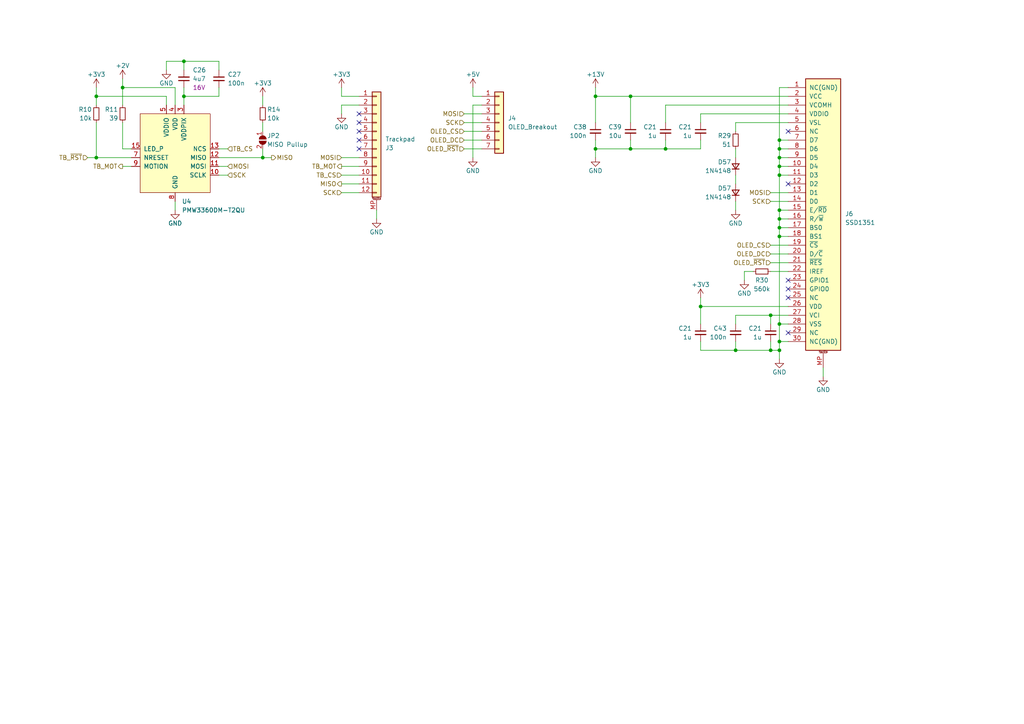
<source format=kicad_sch>
(kicad_sch (version 20230121) (generator eeschema)
  (paper "A4")
  (title_block (title "Honeydew unified split ergonomic keyboard") (date "2023-07-18") (rev "V3.0") (company "Created by Ariamelon (https://github.com/Ariamelon/Honeydew/)") (comment 1 "All capacitors 50V unless otherwise specified.") (comment 2 "Licensed under CC BY 4.0."))
  (lib_symbols
    (symbol "+3V3_1" (power) (pin_names (offset 0))
      (property "Value" "+3V3_1" (at 0 3.556 0))
      (symbol "+3V3_1_0_1"
        (polyline (pts (xy -0.762 1.27) (xy 0 2.54)))
        (polyline (pts (xy 0 0) (xy 0 2.54)))
        (polyline (pts (xy 0 2.54) (xy 0.762 1.27)))
      )
      (symbol "+3V3_1_1_1"
        (pin power_in line (at 0 0 90) (length 0) hide (name "+3V3") (number "1"))
      )
    )
    (symbol "Connector_Generic:Conn_01x07" (pin_names (offset 1.016) hide)
      (property "Reference" "J" (at 0 10.16 0))
      (property "Value" "Conn_01x07" (at 0 -10.16 0))
      (symbol "Conn_01x07_1_1"
        (rectangle (start -1.27 -7.493) (end 0 -7.747) (stroke (width 0.1524)))
        (rectangle (start -1.27 -4.953) (end 0 -5.207) (stroke (width 0.1524)))
        (rectangle (start -1.27 -2.413) (end 0 -2.667) (stroke (width 0.1524)))
        (rectangle (start -1.27 0.127) (end 0 -0.127) (stroke (width 0.1524)))
        (rectangle (start -1.27 2.667) (end 0 2.413) (stroke (width 0.1524)))
        (rectangle (start -1.27 5.207) (end 0 4.953) (stroke (width 0.1524)))
        (rectangle (start -1.27 7.747) (end 0 7.493) (stroke (width 0.1524)))
        (rectangle (start -1.27 8.89) (end 1.27 -8.89) (stroke (width 0.254)) (fill (type background)))
        (pin passive line (at -5.08 7.62 0) (length 3.81) (name "Pin_1") (number "1"))
        (pin passive line (at -5.08 5.08 0) (length 3.81) (name "Pin_2") (number "2"))
        (pin passive line (at -5.08 2.54 0) (length 3.81) (name "Pin_3") (number "3"))
        (pin passive line (at -5.08 0 0) (length 3.81) (name "Pin_4") (number "4"))
        (pin passive line (at -5.08 -2.54 0) (length 3.81) (name "Pin_5") (number "5"))
        (pin passive line (at -5.08 -5.08 0) (length 3.81) (name "Pin_6") (number "6"))
        (pin passive line (at -5.08 -7.62 0) (length 3.81) (name "Pin_7") (number "7"))
      )
    )
    (symbol "Connector_Generic_MountingPin:Conn_01x12_MountingPin" (pin_names (offset 1.016) hide)
      (property "Reference" "J" (at 0 15.24 0))
      (property "Value" "Conn_01x12_MountingPin" (at 1.27 -17.78 0))
      (symbol "Conn_01x12_MountingPin_1_1"
        (rectangle (start -1.27 -15.113) (end 0 -15.367) (stroke (width 0.1524)))
        (rectangle (start -1.27 -12.573) (end 0 -12.827) (stroke (width 0.1524)))
        (rectangle (start -1.27 -10.033) (end 0 -10.287) (stroke (width 0.1524)))
        (rectangle (start -1.27 -7.493) (end 0 -7.747) (stroke (width 0.1524)))
        (rectangle (start -1.27 -4.953) (end 0 -5.207) (stroke (width 0.1524)))
        (rectangle (start -1.27 -2.413) (end 0 -2.667) (stroke (width 0.1524)))
        (rectangle (start -1.27 0.127) (end 0 -0.127) (stroke (width 0.1524)))
        (rectangle (start -1.27 2.667) (end 0 2.413) (stroke (width 0.1524)))
        (rectangle (start -1.27 5.207) (end 0 4.953) (stroke (width 0.1524)))
        (rectangle (start -1.27 7.747) (end 0 7.493) (stroke (width 0.1524)))
        (rectangle (start -1.27 10.287) (end 0 10.033) (stroke (width 0.1524)))
        (rectangle (start -1.27 12.827) (end 0 12.573) (stroke (width 0.1524)))
        (rectangle (start -1.27 13.97) (end 1.27 -16.51) (stroke (width 0.254)) (fill (type background)))
        (polyline (pts (xy -1.016 -17.272) (xy 1.016 -17.272)) (stroke (width 0.1524)))
        (text "Mounting" (at 0 -16.891 0) (effects (font (size 0.381 0.381))))
        (pin passive line (at -5.08 12.7 0) (length 3.81) (name "Pin_1") (number "1"))
        (pin passive line (at -5.08 -10.16 0) (length 3.81) (name "Pin_10") (number "10"))
        (pin passive line (at -5.08 -12.7 0) (length 3.81) (name "Pin_11") (number "11"))
        (pin passive line (at -5.08 -15.24 0) (length 3.81) (name "Pin_12") (number "12"))
        (pin passive line (at -5.08 10.16 0) (length 3.81) (name "Pin_2") (number "2"))
        (pin passive line (at -5.08 7.62 0) (length 3.81) (name "Pin_3") (number "3"))
        (pin passive line (at -5.08 5.08 0) (length 3.81) (name "Pin_4") (number "4"))
        (pin passive line (at -5.08 2.54 0) (length 3.81) (name "Pin_5") (number "5"))
        (pin passive line (at -5.08 0 0) (length 3.81) (name "Pin_6") (number "6"))
        (pin passive line (at -5.08 -2.54 0) (length 3.81) (name "Pin_7") (number "7"))
        (pin passive line (at -5.08 -5.08 0) (length 3.81) (name "Pin_8") (number "8"))
        (pin passive line (at -5.08 -7.62 0) (length 3.81) (name "Pin_9") (number "9"))
        (pin passive line (at 0 -20.32 90) (length 3.048) (name "MountPin") (number "MP"))
      )
    )
    (symbol "Device:C_Small" (pin_numbers hide) (pin_names (offset 0.254) hide)
      (property "Reference" "C" (at 0.254 1.778 0))
      (property "Value" "C_Small" (at 0.254 -2.032 0))
      (symbol "C_Small_0_1"
        (polyline (pts (xy -1.524 -0.508) (xy 1.524 -0.508)) (stroke (width 0.3302)))
        (polyline (pts (xy -1.524 0.508) (xy 1.524 0.508)) (stroke (width 0.3048)))
      )
      (symbol "C_Small_1_1"
        (pin passive line (at 0 2.54 270) (length 2.032) (name "~") (number "1"))
        (pin passive line (at 0 -2.54 90) (length 2.032) (name "~") (number "2"))
      )
    )
    (symbol "Device:D_Small" (pin_numbers hide) (pin_names (offset 0.254) hide)
      (property "Reference" "D" (at -1.27 2.032 0))
      (property "Value" "D_Small" (at -3.81 -2.032 0))
      (symbol "D_Small_0_1"
        (polyline (pts (xy -0.762 -1.016) (xy -0.762 1.016)) (stroke (width 0.254)))
        (polyline (pts (xy -0.762 0) (xy 0.762 0)))
        (polyline (pts (xy 0.762 -1.016) (xy -0.762 0) (xy 0.762 1.016) (xy 0.762 -1.016)) (stroke (width 0.254)))
      )
      (symbol "D_Small_1_1"
        (pin passive line (at -2.54 0 0) (length 1.778) (name "K") (number "1"))
        (pin passive line (at 2.54 0 180) (length 1.778) (name "A") (number "2"))
      )
    )
    (symbol "Device:R_Small" (pin_numbers hide) (pin_names (offset 0.254) hide)
      (property "Reference" "R" (at 0.762 0.508 0))
      (property "Value" "R_Small" (at 0.762 -1.016 0))
      (symbol "R_Small_0_1"
        (rectangle (start -0.762 1.778) (end 0.762 -1.778) (stroke (width 0.2032)))
      )
      (symbol "R_Small_1_1"
        (pin passive line (at 0 2.54 270) (length 0.762) (name "~") (number "1"))
        (pin passive line (at 0 -2.54 90) (length 0.762) (name "~") (number "2"))
      )
    )
    (symbol "Honeydew:+13V" (power) (pin_names (offset 0))
      (property "Value" "+13V" (at 0 3.81 0))
      (symbol "+13V_0_1"
        (polyline (pts (xy -0.762 1.27) (xy 0 2.54)))
        (polyline (pts (xy 0 0) (xy 0 2.54)))
        (polyline (pts (xy 0 2.54) (xy 0.762 1.27)))
      )
      (symbol "+13V_1_1"
        (pin power_in line (at 0 0 90) (length 0) hide (name "+13V") (number "1"))
      )
    )
    (symbol "Honeydew:+2V" (power) (pin_names (offset 0))
      (property "Value" "+2V" (at 0 3.81 0))
      (symbol "+2V_0_1"
        (polyline (pts (xy -0.762 1.27) (xy 0 2.54)))
        (polyline (pts (xy 0 0) (xy 0 2.54)))
        (polyline (pts (xy 0 2.54) (xy 0.762 1.27)))
      )
      (symbol "+2V_1_1"
        (pin power_in line (at 0 0 90) (length 0) hide (name "+2V") (number "1"))
      )
    )
    (symbol "Honeydew:SSD1351" (pin_names (offset 1.016))
      (property "Reference" "J" (at -5.08 41.91 0))
      (property "Value" "SSD1351" (at -5.08 39.37 0))
      (symbol "SSD1351_1_1"
        (rectangle (start -5.08 38.1) (end 5.08 -40.64) (stroke (width 0.254)) (fill (type background)))
        (polyline (pts (xy -1.016 -41.402) (xy 1.016 -41.402)) (stroke (width 0.1524)))
        (text "Mounting" (at 0 -41.021 0) (effects (font (size 0.381 0.381))))
        (pin passive line (at -10.16 35.56 0) (length 5.08) (name "NC(GND)") (number "1"))
        (pin passive line (at -10.16 12.7 0) (length 5.08) (name "D4") (number "10"))
        (pin passive line (at -10.16 10.16 0) (length 5.08) (name "D3") (number "11"))
        (pin passive line (at -10.16 7.62 0) (length 5.08) (name "D2") (number "12"))
        (pin passive line (at -10.16 5.08 0) (length 5.08) (name "D1") (number "13"))
        (pin passive line (at -10.16 2.54 0) (length 5.08) (name "D0") (number "14"))
        (pin passive line (at -10.16 0 0) (length 5.08) (name "E/~{RD}") (number "15"))
        (pin passive line (at -10.16 -2.54 0) (length 5.08) (name "R/~{W}") (number "16"))
        (pin passive line (at -10.16 -5.08 0) (length 5.08) (name "BS0") (number "17"))
        (pin passive line (at -10.16 -7.62 0) (length 5.08) (name "BS1") (number "18"))
        (pin passive line (at -10.16 -10.16 0) (length 5.08) (name "~{CS}") (number "19"))
        (pin passive line (at -10.16 33.02 0) (length 5.08) (name "VCC") (number "2"))
        (pin passive line (at -10.16 -12.7 0) (length 5.08) (name "D/~{C}") (number "20"))
        (pin passive line (at -10.16 -15.24 0) (length 5.08) (name "~{RES}") (number "21"))
        (pin passive line (at -10.16 -17.78 0) (length 5.08) (name "IREF") (number "22"))
        (pin passive line (at -10.16 -20.32 0) (length 5.08) (name "GPIO1") (number "23"))
        (pin passive line (at -10.16 -22.86 0) (length 5.08) (name "GPIO0") (number "24"))
        (pin passive line (at -10.16 -25.4 0) (length 5.08) (name "NC") (number "25"))
        (pin passive line (at -10.16 -27.94 0) (length 5.08) (name "VDD") (number "26"))
        (pin passive line (at -10.16 -30.48 0) (length 5.08) (name "VCI") (number "27"))
        (pin passive line (at -10.16 -33.02 0) (length 5.08) (name "VSS") (number "28"))
        (pin passive line (at -10.16 -35.56 0) (length 5.08) (name "NC") (number "29"))
        (pin passive line (at -10.16 30.48 0) (length 5.08) (name "VCOMH") (number "3"))
        (pin passive line (at -10.16 -38.1 0) (length 5.08) (name "NC(GND)") (number "30"))
        (pin passive line (at -10.16 27.94 0) (length 5.08) (name "VDDIO") (number "4"))
        (pin passive line (at -10.16 25.4 0) (length 5.08) (name "VSL") (number "5"))
        (pin passive line (at -10.16 22.86 0) (length 5.08) (name "NC") (number "6"))
        (pin passive line (at -10.16 20.32 0) (length 5.08) (name "D7") (number "7"))
        (pin passive line (at -10.16 17.78 0) (length 5.08) (name "D6") (number "8"))
        (pin passive line (at -10.16 15.24 0) (length 5.08) (name "D5") (number "9"))
        (pin passive line (at 0 -45.72 90) (length 4.1) (name "") (number "MP"))
      )
    )
    (symbol "Honeydew:SolderJumper_2_Open" (pin_names (offset 0) hide)
      (property "Reference" "JP" (at 0 2.032 0))
      (property "Value" "SolderJumper_2_Open" (at 0 -2.54 0))
      (symbol "SolderJumper_2_Open_0_1"
        (arc (start -0.254 1.016) (mid -1.2656 0) (end -0.254 -1.016))
        (arc (start -0.254 1.016) (mid -1.2656 0) (end -0.254 -1.016) (fill (type outline)))
        (polyline (pts (xy -0.254 1.016) (xy -0.254 -1.016)))
        (polyline (pts (xy 0.254 1.016) (xy 0.254 -1.016)))
        (arc (start 0.254 -1.016) (mid 1.2656 0) (end 0.254 1.016))
        (arc (start 0.254 -1.016) (mid 1.2656 0) (end 0.254 1.016) (fill (type outline)))
      )
      (symbol "SolderJumper_2_Open_1_1"
        (pin passive line (at -2.54 0 0) (length 1.27) (name "A") (number "1"))
        (pin passive line (at 2.54 0 180) (length 1.27) (name "B") (number "2"))
      )
    )
    (symbol "PMW3360DM-T2QU_1" (pin_names (offset 1.016))
      (property "Reference" "U" (at 0 12.7 0))
      (property "Value" "PMW3360DM-T2QU_1" (at 0 20.32 0))
      (symbol "PMW3360DM-T2QU_1_0_1"
        (rectangle (start -10.16 10.16) (end 10.16 -12.7) (fill (type background)))
      )
      (symbol "PMW3360DM-T2QU_1_1_1"
        (pin no_connect line (at -12.7 7.62 0) (length 2.54) hide (name "NC") (number "1"))
        (pin input line (at 12.7 -7.62 180) (length 2.54) (name "SCLK") (number "10"))
        (pin input line (at 12.7 -5.08 180) (length 2.54) (name "MOSI") (number "11"))
        (pin output line (at 12.7 -2.54 180) (length 2.54) (name "MISO") (number "12"))
        (pin input line (at 12.7 0 180) (length 2.54) (name "NCS") (number "13"))
        (pin no_connect line (at -12.7 7.62 0) (length 2.54) hide (name "NC") (number "14"))
        (pin input line (at -12.7 0 0) (length 2.54) (name "LED_P") (number "15"))
        (pin no_connect line (at -12.7 7.62 0) (length 2.54) hide (name "NC") (number "16"))
        (pin no_connect line (at -12.7 7.62 0) (length 2.54) hide (name "NC") (number "2"))
        (pin power_in line (at 2.54 12.7 270) (length 2.54) (name "VDDPIX") (number "3"))
        (pin power_in line (at 0 12.7 270) (length 2.54) (name "VDD") (number "4"))
        (pin power_in line (at -2.54 12.7 270) (length 2.54) (name "VDDIO") (number "5"))
        (pin no_connect line (at -12.7 7.62 0) (length 2.54) hide (name "NC") (number "6"))
        (pin input line (at -12.7 -2.54 0) (length 2.54) (name "NRESET") (number "7"))
        (pin power_in line (at 0 -15.24 90) (length 2.54) (name "GND") (number "8"))
        (pin output line (at -12.7 -5.08 0) (length 2.54) (name "MOTION") (number "9"))
      )
    )
    (symbol "power:+5V" (power) (pin_names (offset 0))
      (property "Value" "+5V" (at 0 3.556 0))
      (symbol "+5V_0_1"
        (polyline (pts (xy -0.762 1.27) (xy 0 2.54)))
        (polyline (pts (xy 0 0) (xy 0 2.54)))
        (polyline (pts (xy 0 2.54) (xy 0.762 1.27)))
      )
      (symbol "+5V_1_1"
        (pin power_in line (at 0 0 90) (length 0) hide (name "+5V") (number "1"))
      )
    )
    (symbol "power:GND" (power) (pin_names (offset 0))
      (property "Value" "GND" (at 0 -3.81 0))
      (symbol "GND_0_1"
        (polyline (pts (xy 0 0) (xy 0 -1.27) (xy 1.27 -1.27) (xy 0 -2.54) (xy -1.27 -1.27) (xy 0 -1.27)))
      )
      (symbol "GND_1_1"
        (pin power_in line (at 0 0 270) (length 0) hide (name "GND") (number "1"))
      )
    )
  )
  (junction (at 53.34 17.78))
  (junction (at 226.06 50.8))
  (junction (at 226.06 68.58))
  (junction (at 203.2 88.9))
  (junction (at 172.72 27.94))
  (junction (at 35.56 25.4))
  (junction (at 226.06 93.98))
  (junction (at 226.06 101.6))
  (junction (at 53.34 27.94))
  (junction (at 226.06 99.06))
  (junction (at 213.36 101.6))
  (junction (at 226.06 66.04))
  (junction (at 27.94 27.94))
  (junction (at 223.52 91.44))
  (junction (at 27.94 45.72))
  (junction (at 226.06 43.18))
  (junction (at 193.04 43.18))
  (junction (at 226.06 48.26))
  (junction (at 76.2 45.72))
  (junction (at 226.06 60.96))
  (junction (at 226.06 45.72))
  (junction (at 223.52 101.6))
  (junction (at 226.06 40.64))
  (junction (at 226.06 63.5))
  (junction (at 182.88 43.18))
  (junction (at 182.88 27.94))
  (junction (at 172.72 43.18))
  (no_connect (at 228.6 96.52))
  (no_connect (at 104.14 43.18))
  (no_connect (at 228.6 83.82))
  (no_connect (at 104.14 38.1))
  (no_connect (at 104.14 35.56))
  (no_connect (at 228.6 81.28))
  (no_connect (at 228.6 86.36))
  (no_connect (at 228.6 38.1))
  (no_connect (at 228.6 53.34))
  (no_connect (at 104.14 33.02))
  (no_connect (at 104.14 40.64))
  (wire (pts (xy 182.88 40.64) (xy 182.88 43.18)))
  (wire (pts (xy 99.06 48.26) (xy 104.14 48.26)))
  (wire (pts (xy 99.06 45.72) (xy 104.14 45.72)))
  (wire (pts (xy 203.2 88.9) (xy 203.2 93.98)))
  (wire (pts (xy 27.94 27.94) (xy 48.26 27.94)))
  (wire (pts (xy 213.36 99.06) (xy 213.36 101.6)))
  (wire (pts (xy 223.52 91.44) (xy 223.52 93.98)))
  (wire (pts (xy 226.06 66.04) (xy 228.6 66.04)))
  (wire (pts (xy 134.62 38.1) (xy 139.7 38.1)))
  (wire (pts (xy 226.06 104.14) (xy 226.06 101.6)))
  (wire (pts (xy 226.06 63.5) (xy 228.6 63.5)))
  (wire (pts (xy 53.34 27.94) (xy 53.34 30.48)))
  (wire (pts (xy 66.04 43.18) (xy 63.5 43.18)))
  (wire (pts (xy 66.04 48.26) (xy 63.5 48.26)))
  (wire (pts (xy 50.8 25.4) (xy 35.56 25.4)))
  (wire (pts (xy 203.2 33.02) (xy 203.2 35.56)))
  (wire (pts (xy 226.06 40.64) (xy 228.6 40.64)))
  (wire (pts (xy 48.26 20.32) (xy 48.26 17.78)))
  (wire (pts (xy 35.56 35.56) (xy 35.56 43.18)))
  (wire (pts (xy 48.26 17.78) (xy 53.34 17.78)))
  (wire (pts (xy 35.56 43.18) (xy 38.1 43.18)))
  (wire (pts (xy 226.06 45.72) (xy 226.06 43.18)))
  (wire (pts (xy 27.94 45.72) (xy 38.1 45.72)))
  (wire (pts (xy 226.06 60.96) (xy 226.06 50.8)))
  (wire (pts (xy 25.4 45.72) (xy 27.94 45.72)))
  (wire (pts (xy 223.52 99.06) (xy 223.52 101.6)))
  (wire (pts (xy 137.16 25.4) (xy 137.16 27.94)))
  (wire (pts (xy 76.2 30.48) (xy 76.2 27.94)))
  (wire (pts (xy 48.26 30.48) (xy 48.26 27.94)))
  (wire (pts (xy 213.36 58.42) (xy 213.36 60.96)))
  (wire (pts (xy 223.52 76.2) (xy 228.6 76.2)))
  (wire (pts (xy 215.9 78.74) (xy 218.44 78.74)))
  (wire (pts (xy 193.04 30.48) (xy 193.04 35.56)))
  (wire (pts (xy 137.16 30.48) (xy 137.16 45.72)))
  (wire (pts (xy 76.2 45.72) (xy 78.74 45.72)))
  (wire (pts (xy 63.5 17.78) (xy 53.34 17.78)))
  (wire (pts (xy 99.06 30.48) (xy 99.06 33.02)))
  (wire (pts (xy 172.72 27.94) (xy 182.88 27.94)))
  (wire (pts (xy 137.16 27.94) (xy 139.7 27.94)))
  (wire (pts (xy 228.6 33.02) (xy 203.2 33.02)))
  (wire (pts (xy 76.2 35.56) (xy 76.2 38.1)))
  (wire (pts (xy 134.62 43.18) (xy 139.7 43.18)))
  (wire (pts (xy 213.36 91.44) (xy 223.52 91.44)))
  (wire (pts (xy 226.06 48.26) (xy 226.06 45.72)))
  (wire (pts (xy 109.22 60.96) (xy 109.22 63.5)))
  (wire (pts (xy 223.52 101.6) (xy 226.06 101.6)))
  (wire (pts (xy 223.52 73.66) (xy 228.6 73.66)))
  (wire (pts (xy 226.06 60.96) (xy 228.6 60.96)))
  (wire (pts (xy 193.04 43.18) (xy 203.2 43.18)))
  (wire (pts (xy 53.34 17.78) (xy 53.34 20.32)))
  (wire (pts (xy 226.06 93.98) (xy 226.06 99.06)))
  (wire (pts (xy 50.8 25.4) (xy 50.8 30.48)))
  (wire (pts (xy 27.94 25.4) (xy 27.94 27.94)))
  (wire (pts (xy 213.36 43.18) (xy 213.36 45.72)))
  (wire (pts (xy 226.06 68.58) (xy 226.06 66.04)))
  (wire (pts (xy 226.06 45.72) (xy 228.6 45.72)))
  (wire (pts (xy 226.06 101.6) (xy 226.06 99.06)))
  (wire (pts (xy 226.06 63.5) (xy 226.06 60.96)))
  (wire (pts (xy 226.06 40.64) (xy 226.06 25.4)))
  (wire (pts (xy 223.52 71.12) (xy 228.6 71.12)))
  (wire (pts (xy 223.52 55.88) (xy 228.6 55.88)))
  (wire (pts (xy 137.16 30.48) (xy 139.7 30.48)))
  (wire (pts (xy 215.9 81.28) (xy 215.9 78.74)))
  (wire (pts (xy 182.88 27.94) (xy 228.6 27.94)))
  (wire (pts (xy 226.06 68.58) (xy 228.6 68.58)))
  (wire (pts (xy 223.52 78.74) (xy 228.6 78.74)))
  (wire (pts (xy 99.06 25.4) (xy 99.06 27.94)))
  (wire (pts (xy 63.5 27.94) (xy 53.34 27.94)))
  (wire (pts (xy 66.04 50.8) (xy 63.5 50.8)))
  (wire (pts (xy 213.36 91.44) (xy 213.36 93.98)))
  (wire (pts (xy 63.5 25.4) (xy 63.5 27.94)))
  (wire (pts (xy 203.2 101.6) (xy 203.2 99.06)))
  (wire (pts (xy 35.56 25.4) (xy 35.56 30.48)))
  (wire (pts (xy 226.06 50.8) (xy 228.6 50.8)))
  (wire (pts (xy 238.76 106.68) (xy 238.76 109.22)))
  (wire (pts (xy 134.62 35.56) (xy 139.7 35.56)))
  (wire (pts (xy 63.5 20.32) (xy 63.5 17.78)))
  (wire (pts (xy 50.8 58.42) (xy 50.8 60.96)))
  (wire (pts (xy 172.72 27.94) (xy 172.72 35.56)))
  (wire (pts (xy 35.56 48.26) (xy 38.1 48.26)))
  (wire (pts (xy 226.06 25.4) (xy 228.6 25.4)))
  (wire (pts (xy 63.5 45.72) (xy 76.2 45.72)))
  (wire (pts (xy 134.62 33.02) (xy 139.7 33.02)))
  (wire (pts (xy 172.72 40.64) (xy 172.72 43.18)))
  (wire (pts (xy 35.56 22.86) (xy 35.56 25.4)))
  (wire (pts (xy 203.2 88.9) (xy 228.6 88.9)))
  (wire (pts (xy 182.88 43.18) (xy 193.04 43.18)))
  (wire (pts (xy 226.06 48.26) (xy 228.6 48.26)))
  (wire (pts (xy 213.36 101.6) (xy 203.2 101.6)))
  (wire (pts (xy 203.2 86.36) (xy 203.2 88.9)))
  (wire (pts (xy 213.36 50.8) (xy 213.36 53.34)))
  (wire (pts (xy 228.6 93.98) (xy 226.06 93.98)))
  (wire (pts (xy 172.72 43.18) (xy 172.72 45.72)))
  (wire (pts (xy 172.72 43.18) (xy 182.88 43.18)))
  (wire (pts (xy 223.52 58.42) (xy 228.6 58.42)))
  (wire (pts (xy 134.62 40.64) (xy 139.7 40.64)))
  (wire (pts (xy 226.06 99.06) (xy 228.6 99.06)))
  (wire (pts (xy 226.06 43.18) (xy 226.06 40.64)))
  (wire (pts (xy 226.06 66.04) (xy 226.06 63.5)))
  (wire (pts (xy 213.36 35.56) (xy 213.36 38.1)))
  (wire (pts (xy 226.06 93.98) (xy 226.06 68.58)))
  (wire (pts (xy 99.06 55.88) (xy 104.14 55.88)))
  (wire (pts (xy 53.34 25.4) (xy 53.34 27.94)))
  (wire (pts (xy 182.88 27.94) (xy 182.88 35.56)))
  (wire (pts (xy 226.06 43.18) (xy 228.6 43.18)))
  (wire (pts (xy 226.06 50.8) (xy 226.06 48.26)))
  (wire (pts (xy 203.2 40.64) (xy 203.2 43.18)))
  (wire (pts (xy 27.94 27.94) (xy 27.94 30.48)))
  (wire (pts (xy 99.06 53.34) (xy 104.14 53.34)))
  (wire (pts (xy 99.06 27.94) (xy 104.14 27.94)))
  (wire (pts (xy 172.72 25.4) (xy 172.72 27.94)))
  (wire (pts (xy 213.36 101.6) (xy 223.52 101.6)))
  (wire (pts (xy 27.94 35.56) (xy 27.94 45.72)))
  (wire (pts (xy 76.2 43.18) (xy 76.2 45.72)))
  (wire (pts (xy 228.6 30.48) (xy 193.04 30.48)))
  (wire (pts (xy 228.6 35.56) (xy 213.36 35.56)))
  (wire (pts (xy 99.06 50.8) (xy 104.14 50.8)))
  (wire (pts (xy 228.6 91.44) (xy 223.52 91.44)))
  (wire (pts (xy 99.06 30.48) (xy 104.14 30.48)))
  (wire (pts (xy 193.04 40.64) (xy 193.04 43.18)))
  (hierarchical_label "MISO" (shape output) (at 99.06 53.34 180))
  (hierarchical_label "SCK" (shape input) (at 66.04 50.8 0))
  (hierarchical_label "OLED_DC" (shape input) (at 134.62 40.64 180))
  (hierarchical_label "TB_CS" (shape input) (at 66.04 43.18 0))
  (hierarchical_label "TB_MOT" (shape output) (at 99.06 48.26 180))
  (hierarchical_label "TB_~{RST}" (shape input) (at 25.4 45.72 180))
  (hierarchical_label "SCK" (shape input) (at 223.52 58.42 180))
  (hierarchical_label "OLED_CS" (shape input) (at 134.62 38.1 180))
  (hierarchical_label "MOSI" (shape input) (at 134.62 33.02 180))
  (hierarchical_label "MOSI" (shape input) (at 99.06 45.72 180))
  (hierarchical_label "TB_CS" (shape input) (at 99.06 50.8 180))
  (hierarchical_label "OLED_~{RST}" (shape input) (at 223.52 76.2 180))
  (hierarchical_label "MOSI" (shape input) (at 66.04 48.26 0))
  (hierarchical_label "OLED_~{RST}" (shape input) (at 134.62 43.18 180))
  (hierarchical_label "MOSI" (shape input) (at 223.52 55.88 180))
  (hierarchical_label "OLED_CS" (shape input) (at 223.52 71.12 180))
  (hierarchical_label "TB_MOT" (shape output) (at 35.56 48.26 180))
  (hierarchical_label "SCK" (shape input) (at 134.62 35.56 180))
  (hierarchical_label "MISO" (shape output) (at 78.74 45.72 0))
  (hierarchical_label "SCK" (shape input) (at 99.06 55.88 180))
  (hierarchical_label "OLED_DC" (shape input) (at 223.52 73.66 180))
  (symbol (lib_name "+3V3_1") (lib_id "power:+3V3") (at 99.06 25.4 0) (unit 1)
    (property "Reference" "#PWR01" (effects hide))
    (property "Value" "+3V3" (at 99.06 21.59 0))
  )
  (symbol (lib_id "Device:C_Small") (at 203.2 38.1 0) (unit 1)
    (property "Reference" "C21" (at 200.66 36.8362 0) (effects (justify right)))
    (property "Value" "1u" (at 200.66 39.3762 0) (effects (justify right)))
    (property "Footprint" "Capacitor_SMD:C_0603_1608Metric" (effects hide))
    (property "Description" "0603 capacitor" (effects hide))
    (property "LCSC" "C15849" (effects hide))
    (property "Voltage" "50V" (effects hide))
    (instances (project "Honeydew" (path "" (reference "C21") (unit 1)) (path "" (reference "C41") (unit 1))))
  )
  (symbol (lib_id "Connector_Generic_MountingPin:Conn_01x12_MountingPin") (at 109.22 40.64 0) (unit 1)
    (property "Reference" "J3" (at 111.76 42.9006 0) (effects (justify left)))
    (property "Value" "Trackpad" (at 111.76 40.3606 0) (effects (justify left)))
    (property "Footprint" "Honeydew:HRS_FH34SRJ-12S-0.5SH(50)" (effects hide))
    (property "LCSC" "C424659" (effects hide))
    (property "Description" "FFC receptacle" (effects hide))
  )
  (symbol (lib_id "Device:C_Small") (at 182.88 38.1 0) (mirror y) (unit 1)
    (property "Reference" "C39" (at 180.34 36.83 0) (effects (justify left)))
    (property "Value" "10u" (at 180.34 39.37 0) (effects (justify left)))
    (property "Footprint" "Capacitor_SMD:C_0603_1608Metric" (effects hide))
    (property "Description" "0603 capacitor" (effects hide))
    (property "LCSC" "C96446" (effects hide))
    (property "Voltage" "25V" (effects hide))
  )
  (symbol (lib_id "Connector_Generic:Conn_01x07") (at 144.78 35.56 0) (unit 1)
    (property "Reference" "J4" (at 147.32 34.29 0) (effects (justify left)))
    (property "Value" "OLED_Breakout" (at 147.32 36.83 0) (effects (justify left)))
    (property "Footprint" "Honeydew:OLED_1.5_SSD1351_128x128" (effects hide))
    (property "Description" "DNP" (effects hide))
  )
  (symbol (lib_name "+3V3_1") (lib_id "power:+3V3") (at 27.94 25.4 0) (unit 1)
    (property "Reference" "#PWR015" (effects hide))
    (property "Value" "+3V3" (at 27.94 21.59 0))
  )
  (symbol (lib_id "Honeydew:+13V") (at 172.72 25.4 0) (unit 1)
    (property "Reference" "#PWR092" (effects hide))
    (property "Value" "+13V" (at 172.72 21.59 0))
  )
  (symbol (lib_id "Device:R_Small") (at 76.2 33.02 180) (unit 1)
    (property "Reference" "R14" (at 77.47 31.75 0) (effects (justify right)))
    (property "Value" "10k" (at 77.47 34.29 0) (effects (justify right)))
    (property "Footprint" "Resistor_SMD:R_0402_1005Metric" (effects hide))
    (property "Description" "0402 resistor" (effects hide))
    (property "LCSC" "C25744" (effects hide))
  )
  (symbol (lib_id "power:+5V") (at 137.16 25.4 0) (unit 1)
    (property "Reference" "#PWR010" (effects hide))
    (property "Value" "+5V" (at 137.16 21.59 0))
    (instances (project "Honeydew" (path "" (reference "#PWR010") (unit 1)) (path "" (reference "#PWR050") (unit 1)) (path "" (reference "#PWR025") (unit 1))))
  )
  (symbol (lib_id "Device:C_Small") (at 63.5 22.86 0) (unit 1)
    (property "Reference" "C27" (at 66.04 21.59 0) (effects (justify left)))
    (property "Value" "100n" (at 66.04 24.13 0) (effects (justify left)))
    (property "Footprint" "Capacitor_SMD:C_0402_1005Metric" (effects hide))
    (property "Description" "0402 capacitor" (effects hide))
    (property "LCSC" "C307331" (effects hide))
    (property "Voltage" "50V" (effects hide))
  )
  (symbol (lib_id "Device:R_Small") (at 27.94 33.02 180) (unit 1)
    (property "Reference" "R10" (at 26.67 31.75 0) (effects (justify left)))
    (property "Value" "10k" (at 26.67 34.29 0) (effects (justify left)))
    (property "Footprint" "Resistor_SMD:R_0402_1005Metric" (effects hide))
    (property "Description" "0402 resistor" (effects hide))
    (property "LCSC" "C25744" (effects hide))
  )
  (symbol (lib_name "+3V3_1") (lib_id "power:+3V3") (at 203.2 86.36 0) (unit 1)
    (property "Reference" "#PWR098" (effects hide))
    (property "Value" "+3V3" (at 203.2 82.55 0))
  )
  (symbol (lib_id "power:GND") (at 215.9 81.28 0) (unit 1)
    (property "Reference" "#PWR?" (effects hide))
    (property "Value" "GND" (at 215.9 85.09 0))
    (instances (project "Honeydew" (path "" (reference "#PWR?") (unit 1)) (path "" (reference "#PWR096") (unit 1))))
  )
  (symbol (lib_id "Device:D_Small") (at 213.36 48.26 90) (unit 1)
    (property "Reference" "D57" (at 212.09 46.99 90) (effects (justify left)))
    (property "Value" "1N4148" (at 212.09 49.53 90) (effects (justify left)))
    (property "Footprint" "Honeydew:D_SOD-323" (effects hide))
    (property "Description" "SOD-323 diode" (effects hide))
    (property "LCSC" "C2128" (effects hide))
    (instances (project "Honeydew" (path "" (reference "D57") (unit 1)) (path "" (reference "D139") (unit 1)) (path "" (reference "D107") (unit 1))))
  )
  (symbol (lib_id "power:GND") (at 213.36 60.96 0) (unit 1)
    (property "Reference" "#PWR?" (effects hide))
    (property "Value" "GND" (at 213.36 64.77 0))
    (instances (project "Honeydew" (path "" (reference "#PWR?") (unit 1)) (path "" (reference "#PWR095") (unit 1))))
  )
  (symbol (lib_id "Device:C_Small") (at 223.52 96.52 0) (unit 1)
    (property "Reference" "C21" (at 220.98 95.2562 0) (effects (justify right)))
    (property "Value" "1u" (at 220.98 97.7962 0) (effects (justify right)))
    (property "Footprint" "Capacitor_SMD:C_0603_1608Metric" (effects hide))
    (property "Description" "0603 capacitor" (effects hide))
    (property "LCSC" "C15849" (effects hide))
    (property "Voltage" "50V" (effects hide))
    (instances (project "Honeydew" (path "" (reference "C21") (unit 1)) (path "" (reference "C44") (unit 1))))
  )
  (symbol (lib_id "Honeydew:SolderJumper_2_Open") (at 76.2 40.64 270) (unit 1) (in_bom no)
    (property "Reference" "JP2" (at 77.47 39.37 90) (effects (justify left)))
    (property "Value" "MISO Pullup" (at 77.47 41.91 90) (effects (justify left)))
    (property "Footprint" "Honeydew:SolderJumper-2_P1.2mm_Open_Pad1.0x1.0mm" (effects hide))
    (instances (project "Honeydew" (path "" (reference "JP2") (unit 1)) (path "" (reference "JP1") (unit 1))))
  )
  (symbol (lib_id "power:GND") (at 50.8 60.96 0) (unit 1)
    (property "Reference" "#PWR?" (effects hide))
    (property "Value" "GND" (at 50.8 64.77 0))
    (instances (project "Honeydew" (path "" (reference "#PWR?") (unit 1)) (path "" (reference "#PWR039") (unit 1))))
  )
  (symbol (lib_id "Device:D_Small") (at 213.36 55.88 90) (unit 1)
    (property "Reference" "D57" (at 212.09 54.61 90) (effects (justify left)))
    (property "Value" "1N4148" (at 212.09 57.15 90) (effects (justify left)))
    (property "Footprint" "Honeydew:D_SOD-323" (effects hide))
    (property "Description" "SOD-323 diode" (effects hide))
    (property "LCSC" "C2128" (effects hide))
    (instances (project "Honeydew" (path "" (reference "D57") (unit 1)) (path "" (reference "D139") (unit 1)) (path "" (reference "D108") (unit 1))))
  )
  (symbol (lib_id "Device:C_Small") (at 203.2 96.52 0) (unit 1)
    (property "Reference" "C21" (at 200.66 95.2562 0) (effects (justify right)))
    (property "Value" "1u" (at 200.66 97.7962 0) (effects (justify right)))
    (property "Footprint" "Capacitor_SMD:C_0603_1608Metric" (effects hide))
    (property "Description" "0603 capacitor" (effects hide))
    (property "LCSC" "C15849" (effects hide))
    (property "Voltage" "50V" (effects hide))
    (instances (project "Honeydew" (path "" (reference "C21") (unit 1)) (path "" (reference "C42") (unit 1))))
  )
  (symbol (lib_id "power:GND") (at 99.06 33.02 0) (unit 1)
    (property "Reference" "#PWR?" (effects hide))
    (property "Value" "GND" (at 99.06 36.83 0))
    (instances (project "Honeydew" (path "" (reference "#PWR?") (unit 1)) (path "" (reference "#PWR03") (unit 1))))
  )
  (symbol (lib_name "+3V3_1") (lib_id "power:+3V3") (at 76.2 27.94 0) (unit 1)
    (property "Reference" "#PWR043" (effects hide))
    (property "Value" "+3V3" (at 76.2 24.13 0))
  )
  (symbol (lib_id "Device:C_Small") (at 53.34 22.86 180) (unit 1)
    (property "Reference" "C26" (at 55.88 20.32 0) (effects (justify right)))
    (property "Value" "4u7" (at 55.88 22.86 0) (effects (justify right)))
    (property "Footprint" "Capacitor_SMD:C_0603_1608Metric" (effects hide))
    (property "Description" "0603 capacitor" (effects hide))
    (property "LCSC" "C19666" (effects hide))
    (property "Voltage" "16V" (at 55.88 25.4 0) (effects (justify right)))
  )
  (symbol (lib_id "Device:R_Small") (at 35.56 33.02 0) (mirror x) (unit 1)
    (property "Reference" "R11" (at 34.29 31.75 0) (effects (justify right)))
    (property "Value" "39" (at 34.29 34.29 0) (effects (justify right)))
    (property "Footprint" "Resistor_SMD:R_0402_1005Metric" (effects hide))
    (property "Description" "0402 resistor" (effects hide))
    (property "LCSC" "C25164" (effects hide))
  )
  (symbol (lib_id "Honeydew:SSD1351") (at 238.76 60.96 0) (unit 1)
    (property "Reference" "J6" (at 245.11 62.0215 0) (effects (justify left)))
    (property "Value" "SSD1351" (at 245.11 64.5615 0) (effects (justify left)))
    (property "Footprint" "Honeydew:HRS_FH34SRJ-30S-0.5SH(50)" (effects hide))
    (property "LCSC" "C324727" (effects hide))
    (property "Description" "FFC receptacle" (effects hide))
  )
  (symbol (lib_id "power:GND") (at 137.16 45.72 0) (unit 1)
    (property "Reference" "#PWR?" (effects hide))
    (property "Value" "GND" (at 137.16 49.53 0))
    (instances (project "Honeydew" (path "" (reference "#PWR?") (unit 1)) (path "" (reference "#PWR036") (unit 1))))
  )
  (symbol (lib_id "Device:C_Small") (at 172.72 38.1 0) (mirror y) (unit 1)
    (property "Reference" "C38" (at 170.18 36.83 0) (effects (justify left)))
    (property "Value" "100n" (at 170.18 39.37 0) (effects (justify left)))
    (property "Footprint" "Capacitor_SMD:C_0402_1005Metric" (effects hide))
    (property "Description" "0402 capacitor" (effects hide))
    (property "LCSC" "C307331" (effects hide))
    (property "Voltage" "50V" (effects hide))
  )
  (symbol (lib_id "Honeydew:+2V") (at 35.56 22.86 0) (unit 1)
    (property "Reference" "#PWR016" (effects hide))
    (property "Value" "+2V" (at 35.56 19.05 0))
  )
  (symbol (lib_id "power:GND") (at 172.72 45.72 0) (unit 1)
    (property "Reference" "#PWR?" (effects hide))
    (property "Value" "GND" (at 172.72 49.53 0))
    (instances (project "Honeydew" (path "" (reference "#PWR?") (unit 1)) (path "" (reference "#PWR094") (unit 1))))
  )
  (symbol (lib_id "Device:R_Small") (at 220.98 78.74 270) (mirror x) (unit 1)
    (property "Reference" "R30" (at 220.98 81.28 90))
    (property "Value" "560k" (at 220.98 83.82 90))
    (property "Footprint" "Resistor_SMD:R_0603_1608Metric" (effects hide))
    (property "Description" "0603 resistor" (effects hide))
    (property "LCSC" "C23203" (effects hide))
  )
  (symbol (lib_id "power:GND") (at 48.26 20.32 0) (unit 1)
    (property "Reference" "#PWR?" (effects hide))
    (property "Value" "GND" (at 48.26 24.13 0))
    (instances (project "Honeydew" (path "" (reference "#PWR?") (unit 1)) (path "" (reference "#PWR038") (unit 1))))
  )
  (symbol (lib_id "power:GND") (at 109.22 63.5 0) (unit 1)
    (property "Reference" "#PWR?" (effects hide))
    (property "Value" "GND" (at 109.22 67.31 0))
    (instances (project "Honeydew" (path "" (reference "#PWR?") (unit 1)) (path "" (reference "#PWR097") (unit 1))))
  )
  (symbol (lib_id "Device:C_Small") (at 213.36 96.52 0) (mirror y) (unit 1)
    (property "Reference" "C43" (at 210.82 95.25 0) (effects (justify left)))
    (property "Value" "100n" (at 210.82 97.79 0) (effects (justify left)))
    (property "Footprint" "Capacitor_SMD:C_0402_1005Metric" (effects hide))
    (property "Description" "0402 capacitor" (effects hide))
    (property "LCSC" "C307331" (effects hide))
    (property "Voltage" "50V" (effects hide))
  )
  (symbol (lib_name "PMW3360DM-T2QU_1") (lib_id "Ogen:PMW3360DM-T2QU") (at 50.8 43.18 0) (unit 1)
    (property "Reference" "U4" (at 52.7559 58.42 0) (effects (justify left)))
    (property "Value" "PMW3360DM-T2QU" (at 52.7559 60.96 0) (effects (justify left)))
    (property "Footprint" "Honeydew:IC_PMW3360DM-T2QU" (effects hide))
    (property "Description" "Optical sensor" (effects hide))
  )
  (symbol (lib_id "power:GND") (at 238.76 109.22 0) (unit 1)
    (property "Reference" "#PWR?" (effects hide))
    (property "Value" "GND" (at 238.76 113.03 0))
    (instances (project "Honeydew" (path "" (reference "#PWR?") (unit 1)) (path "" (reference "#PWR087") (unit 1))))
  )
  (symbol (lib_id "power:GND") (at 226.06 104.14 0) (unit 1)
    (property "Reference" "#PWR?" (effects hide))
    (property "Value" "GND" (at 226.06 107.95 0))
    (instances (project "Honeydew" (path "" (reference "#PWR?") (unit 1)) (path "" (reference "#PWR093") (unit 1))))
  )
  (symbol (lib_id "Device:C_Small") (at 193.04 38.1 0) (unit 1)
    (property "Reference" "C21" (at 190.5 36.8362 0) (effects (justify right)))
    (property "Value" "1u" (at 190.5 39.3762 0) (effects (justify right)))
    (property "Footprint" "Capacitor_SMD:C_0603_1608Metric" (effects hide))
    (property "Description" "0603 capacitor" (effects hide))
    (property "LCSC" "C15849" (effects hide))
    (property "Voltage" "50V" (effects hide))
    (instances (project "Honeydew" (path "" (reference "C21") (unit 1)) (path "" (reference "C40") (unit 1))))
  )
  (symbol (lib_id "Device:R_Small") (at 213.36 40.64 0) (mirror x) (unit 1)
    (property "Reference" "R29" (at 212.09 39.37 0) (effects (justify right)))
    (property "Value" "51" (at 212.09 41.91 0) (effects (justify right)))
    (property "Footprint" "Resistor_SMD:R_0402_1005Metric" (effects hide))
    (property "Description" "0402 resistor" (effects hide))
    (property "LCSC" "C25125" (effects hide))
  )
)
</source>
